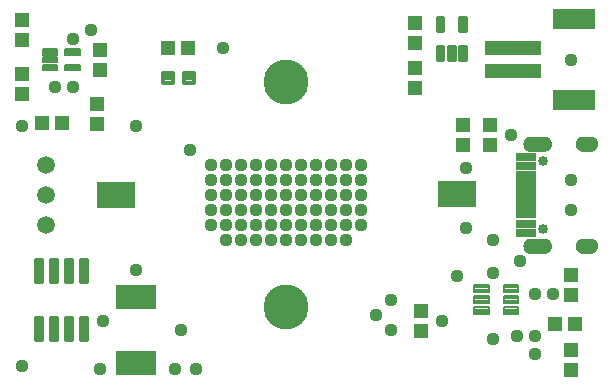
<source format=gts>
G75*
%MOIN*%
%OFA0B0*%
%FSLAX25Y25*%
%IPPOS*%
%LPD*%
%AMOC8*
5,1,8,0,0,1.08239X$1,22.5*
%
%ADD10R,0.04737X0.05131*%
%ADD11C,0.01421*%
%ADD12R,0.18910X0.04737*%
%ADD13R,0.14186X0.07099*%
%ADD14R,0.06509X0.01981*%
%ADD15R,0.06509X0.03162*%
%ADD16R,0.06509X0.02965*%
%ADD17C,0.03359*%
%ADD18C,0.00039*%
%ADD19C,0.01522*%
%ADD20R,0.05131X0.04737*%
%ADD21R,0.13398X0.07887*%
%ADD22C,0.00594*%
%ADD23C,0.01561*%
%ADD24C,0.05950*%
%ADD25R,0.12611X0.08674*%
%ADD26C,0.14973*%
%ADD27C,0.00771*%
%ADD28C,0.04369*%
D10*
X0029973Y0090000D03*
X0036666Y0090000D03*
X0023320Y0099654D03*
X0023320Y0106346D03*
X0049320Y0107654D03*
X0049320Y0114346D03*
X0071973Y0115000D03*
X0078666Y0115000D03*
X0154320Y0116654D03*
X0154320Y0123346D03*
X0154320Y0108346D03*
X0154320Y0101654D03*
X0206320Y0039346D03*
X0206320Y0032654D03*
X0207666Y0023000D03*
X0200973Y0023000D03*
X0156320Y0020654D03*
X0156320Y0027346D03*
D11*
X0080431Y0103342D02*
X0080431Y0106658D01*
X0080431Y0103342D02*
X0077115Y0103342D01*
X0077115Y0106658D01*
X0080431Y0106658D01*
X0080431Y0104762D02*
X0077115Y0104762D01*
X0077115Y0106182D02*
X0080431Y0106182D01*
X0073525Y0106658D02*
X0073525Y0103342D01*
X0070209Y0103342D01*
X0070209Y0106658D01*
X0073525Y0106658D01*
X0073525Y0104762D02*
X0070209Y0104762D01*
X0070209Y0106182D02*
X0073525Y0106182D01*
D12*
X0186753Y0107063D03*
X0186753Y0114937D03*
D13*
X0207225Y0124386D03*
X0207225Y0097614D03*
D14*
X0191320Y0072890D03*
X0191320Y0070921D03*
X0191320Y0068953D03*
X0191320Y0066984D03*
X0191320Y0065016D03*
X0191320Y0063047D03*
X0191320Y0061079D03*
X0191320Y0059110D03*
D15*
X0191320Y0053303D03*
X0191320Y0078697D03*
D16*
X0191320Y0075646D03*
X0191320Y0056354D03*
D17*
X0197009Y0054622D03*
X0197009Y0077378D03*
D18*
X0197304Y0080646D02*
X0192580Y0080646D01*
X0192138Y0080707D01*
X0191716Y0080853D01*
X0191332Y0081078D01*
X0190998Y0081374D01*
X0190729Y0081730D01*
X0190534Y0082131D01*
X0190421Y0082563D01*
X0190395Y0083008D01*
X0190432Y0083516D01*
X0190581Y0084003D01*
X0190836Y0084445D01*
X0191182Y0084819D01*
X0191602Y0085106D01*
X0192076Y0085293D01*
X0192580Y0085370D01*
X0197304Y0085370D01*
X0197803Y0085289D01*
X0198271Y0085100D01*
X0198686Y0084811D01*
X0199026Y0084437D01*
X0199274Y0083997D01*
X0199417Y0083512D01*
X0199450Y0083008D01*
X0199417Y0082504D01*
X0199274Y0082019D01*
X0199026Y0081579D01*
X0198686Y0081205D01*
X0198271Y0080916D01*
X0197803Y0080726D01*
X0197304Y0080646D01*
X0197421Y0080665D02*
X0192443Y0080665D01*
X0192168Y0080702D02*
X0197656Y0080702D01*
X0197838Y0080740D02*
X0192041Y0080740D01*
X0191931Y0080778D02*
X0197931Y0080778D01*
X0198025Y0080816D02*
X0191822Y0080816D01*
X0191714Y0080854D02*
X0198119Y0080854D01*
X0198212Y0080892D02*
X0191649Y0080892D01*
X0191585Y0080930D02*
X0198291Y0080930D01*
X0198346Y0080968D02*
X0191520Y0080968D01*
X0191455Y0081006D02*
X0198400Y0081006D01*
X0198454Y0081043D02*
X0191391Y0081043D01*
X0191328Y0081081D02*
X0198509Y0081081D01*
X0198563Y0081119D02*
X0191285Y0081119D01*
X0191243Y0081157D02*
X0198617Y0081157D01*
X0198672Y0081195D02*
X0191200Y0081195D01*
X0191157Y0081233D02*
X0198711Y0081233D01*
X0198746Y0081271D02*
X0191115Y0081271D01*
X0191072Y0081309D02*
X0198780Y0081309D01*
X0198814Y0081346D02*
X0191029Y0081346D01*
X0190990Y0081384D02*
X0198849Y0081384D01*
X0198883Y0081422D02*
X0190962Y0081422D01*
X0190933Y0081460D02*
X0198918Y0081460D01*
X0198952Y0081498D02*
X0190904Y0081498D01*
X0190876Y0081536D02*
X0198987Y0081536D01*
X0199021Y0081574D02*
X0190847Y0081574D01*
X0190818Y0081612D02*
X0199044Y0081612D01*
X0199065Y0081649D02*
X0190790Y0081649D01*
X0190761Y0081687D02*
X0199087Y0081687D01*
X0199108Y0081725D02*
X0190732Y0081725D01*
X0190713Y0081763D02*
X0199129Y0081763D01*
X0199151Y0081801D02*
X0190694Y0081801D01*
X0190676Y0081839D02*
X0199172Y0081839D01*
X0199193Y0081877D02*
X0190657Y0081877D01*
X0190639Y0081915D02*
X0199215Y0081915D01*
X0199236Y0081953D02*
X0190621Y0081953D01*
X0190602Y0081990D02*
X0199257Y0081990D01*
X0199276Y0082028D02*
X0190584Y0082028D01*
X0190565Y0082066D02*
X0199288Y0082066D01*
X0199299Y0082104D02*
X0190547Y0082104D01*
X0190531Y0082142D02*
X0199310Y0082142D01*
X0199321Y0082180D02*
X0190521Y0082180D01*
X0190511Y0082218D02*
X0199333Y0082218D01*
X0199344Y0082256D02*
X0190501Y0082256D01*
X0190491Y0082293D02*
X0199355Y0082293D01*
X0199366Y0082331D02*
X0190482Y0082331D01*
X0190472Y0082369D02*
X0199378Y0082369D01*
X0199389Y0082407D02*
X0190462Y0082407D01*
X0190452Y0082445D02*
X0199400Y0082445D01*
X0199411Y0082483D02*
X0190442Y0082483D01*
X0190432Y0082521D02*
X0199419Y0082521D01*
X0199421Y0082559D02*
X0190422Y0082559D01*
X0190419Y0082597D02*
X0199423Y0082597D01*
X0199426Y0082634D02*
X0190417Y0082634D01*
X0190415Y0082672D02*
X0199428Y0082672D01*
X0199431Y0082710D02*
X0190412Y0082710D01*
X0190410Y0082748D02*
X0199433Y0082748D01*
X0199436Y0082786D02*
X0190408Y0082786D01*
X0190406Y0082824D02*
X0199438Y0082824D01*
X0199440Y0082862D02*
X0190403Y0082862D01*
X0190401Y0082900D02*
X0199443Y0082900D01*
X0199445Y0082937D02*
X0190399Y0082937D01*
X0190397Y0082975D02*
X0199448Y0082975D01*
X0199450Y0083013D02*
X0190395Y0083013D01*
X0190398Y0083051D02*
X0199447Y0083051D01*
X0199445Y0083089D02*
X0190401Y0083089D01*
X0190403Y0083127D02*
X0199442Y0083127D01*
X0199440Y0083165D02*
X0190406Y0083165D01*
X0190409Y0083203D02*
X0199437Y0083203D01*
X0199435Y0083241D02*
X0190412Y0083241D01*
X0190415Y0083278D02*
X0199432Y0083278D01*
X0199430Y0083316D02*
X0190417Y0083316D01*
X0190420Y0083354D02*
X0199428Y0083354D01*
X0199425Y0083392D02*
X0190423Y0083392D01*
X0190426Y0083430D02*
X0199423Y0083430D01*
X0199420Y0083468D02*
X0190429Y0083468D01*
X0190431Y0083506D02*
X0199418Y0083506D01*
X0199408Y0083544D02*
X0190440Y0083544D01*
X0190452Y0083581D02*
X0199397Y0083581D01*
X0199386Y0083619D02*
X0190464Y0083619D01*
X0190475Y0083657D02*
X0199374Y0083657D01*
X0199363Y0083695D02*
X0190487Y0083695D01*
X0190499Y0083733D02*
X0199352Y0083733D01*
X0199341Y0083771D02*
X0190510Y0083771D01*
X0190522Y0083809D02*
X0199329Y0083809D01*
X0199318Y0083847D02*
X0190533Y0083847D01*
X0190545Y0083884D02*
X0199307Y0083884D01*
X0199296Y0083922D02*
X0190557Y0083922D01*
X0190568Y0083960D02*
X0199284Y0083960D01*
X0199273Y0083998D02*
X0190580Y0083998D01*
X0190600Y0084036D02*
X0199251Y0084036D01*
X0199230Y0084074D02*
X0190622Y0084074D01*
X0190644Y0084112D02*
X0199209Y0084112D01*
X0199187Y0084150D02*
X0190666Y0084150D01*
X0190688Y0084188D02*
X0199166Y0084188D01*
X0199145Y0084225D02*
X0190709Y0084225D01*
X0190731Y0084263D02*
X0199123Y0084263D01*
X0199102Y0084301D02*
X0190753Y0084301D01*
X0190775Y0084339D02*
X0199081Y0084339D01*
X0199059Y0084377D02*
X0190797Y0084377D01*
X0190818Y0084415D02*
X0199038Y0084415D01*
X0199011Y0084453D02*
X0190843Y0084453D01*
X0190878Y0084491D02*
X0198977Y0084491D01*
X0198942Y0084528D02*
X0190913Y0084528D01*
X0190948Y0084566D02*
X0198908Y0084566D01*
X0198874Y0084604D02*
X0190983Y0084604D01*
X0191018Y0084642D02*
X0198839Y0084642D01*
X0198805Y0084680D02*
X0191053Y0084680D01*
X0191088Y0084718D02*
X0198770Y0084718D01*
X0198736Y0084756D02*
X0191123Y0084756D01*
X0191158Y0084794D02*
X0198701Y0084794D01*
X0198656Y0084832D02*
X0191200Y0084832D01*
X0191256Y0084869D02*
X0198602Y0084869D01*
X0198548Y0084907D02*
X0191311Y0084907D01*
X0191366Y0084945D02*
X0198493Y0084945D01*
X0198439Y0084983D02*
X0191422Y0084983D01*
X0191477Y0085021D02*
X0198385Y0085021D01*
X0198330Y0085059D02*
X0191532Y0085059D01*
X0191588Y0085097D02*
X0198276Y0085097D01*
X0198186Y0085135D02*
X0191673Y0085135D01*
X0191769Y0085172D02*
X0198092Y0085172D01*
X0197999Y0085210D02*
X0191866Y0085210D01*
X0191962Y0085248D02*
X0197905Y0085248D01*
X0197811Y0085286D02*
X0192058Y0085286D01*
X0192277Y0085324D02*
X0197589Y0085324D01*
X0197355Y0085362D02*
X0192526Y0085362D01*
X0207883Y0083470D02*
X0207836Y0083008D01*
X0207897Y0082480D01*
X0208075Y0081980D01*
X0208359Y0081531D01*
X0208737Y0081157D01*
X0214032Y0081157D01*
X0214044Y0081165D02*
X0213599Y0080883D01*
X0213103Y0080707D01*
X0212580Y0080646D01*
X0210218Y0080646D01*
X0209690Y0080703D01*
X0209187Y0080876D01*
X0208737Y0081157D01*
X0208698Y0081195D02*
X0214074Y0081195D01*
X0214044Y0081165D02*
X0214415Y0081539D01*
X0214694Y0081986D01*
X0214866Y0082484D01*
X0214922Y0083008D01*
X0214879Y0083467D01*
X0214747Y0083909D01*
X0214531Y0084316D01*
X0214240Y0084674D01*
X0213885Y0084968D01*
X0213479Y0085187D01*
X0213039Y0085323D01*
X0212580Y0085370D01*
X0210218Y0085370D01*
X0209755Y0085326D01*
X0209309Y0085193D01*
X0208898Y0084976D01*
X0208537Y0084682D01*
X0208241Y0084324D01*
X0208020Y0083915D01*
X0207883Y0083470D01*
X0207883Y0083468D02*
X0214879Y0083468D01*
X0214883Y0083430D02*
X0207879Y0083430D01*
X0207875Y0083392D02*
X0214886Y0083392D01*
X0214890Y0083354D02*
X0207871Y0083354D01*
X0207867Y0083316D02*
X0214893Y0083316D01*
X0214897Y0083278D02*
X0207863Y0083278D01*
X0207860Y0083241D02*
X0214900Y0083241D01*
X0214904Y0083203D02*
X0207856Y0083203D01*
X0207852Y0083165D02*
X0214908Y0083165D01*
X0214911Y0083127D02*
X0207848Y0083127D01*
X0207844Y0083089D02*
X0214915Y0083089D01*
X0214918Y0083051D02*
X0207840Y0083051D01*
X0207836Y0083013D02*
X0214922Y0083013D01*
X0214919Y0082975D02*
X0207840Y0082975D01*
X0207844Y0082937D02*
X0214915Y0082937D01*
X0214911Y0082900D02*
X0207848Y0082900D01*
X0207853Y0082862D02*
X0214906Y0082862D01*
X0214902Y0082824D02*
X0207857Y0082824D01*
X0207862Y0082786D02*
X0214898Y0082786D01*
X0214894Y0082748D02*
X0207866Y0082748D01*
X0207871Y0082710D02*
X0214890Y0082710D01*
X0214886Y0082672D02*
X0207875Y0082672D01*
X0207879Y0082634D02*
X0214882Y0082634D01*
X0214878Y0082597D02*
X0207884Y0082597D01*
X0207888Y0082559D02*
X0214874Y0082559D01*
X0214870Y0082521D02*
X0207893Y0082521D01*
X0207897Y0082483D02*
X0214865Y0082483D01*
X0214852Y0082445D02*
X0207910Y0082445D01*
X0207923Y0082407D02*
X0214839Y0082407D01*
X0214826Y0082369D02*
X0207937Y0082369D01*
X0207950Y0082331D02*
X0214813Y0082331D01*
X0214800Y0082293D02*
X0207964Y0082293D01*
X0207977Y0082256D02*
X0214787Y0082256D01*
X0214774Y0082218D02*
X0207990Y0082218D01*
X0208004Y0082180D02*
X0214760Y0082180D01*
X0214747Y0082142D02*
X0208017Y0082142D01*
X0208031Y0082104D02*
X0214734Y0082104D01*
X0214721Y0082066D02*
X0208044Y0082066D01*
X0208058Y0082028D02*
X0214708Y0082028D01*
X0214695Y0081990D02*
X0208071Y0081990D01*
X0208092Y0081953D02*
X0214673Y0081953D01*
X0214649Y0081915D02*
X0208116Y0081915D01*
X0208140Y0081877D02*
X0214625Y0081877D01*
X0214602Y0081839D02*
X0208164Y0081839D01*
X0208188Y0081801D02*
X0214578Y0081801D01*
X0214555Y0081763D02*
X0208212Y0081763D01*
X0208236Y0081725D02*
X0214531Y0081725D01*
X0214508Y0081687D02*
X0208260Y0081687D01*
X0208284Y0081649D02*
X0214484Y0081649D01*
X0214460Y0081612D02*
X0208308Y0081612D01*
X0208332Y0081574D02*
X0214437Y0081574D01*
X0214412Y0081536D02*
X0208356Y0081536D01*
X0208393Y0081498D02*
X0214375Y0081498D01*
X0214337Y0081460D02*
X0208431Y0081460D01*
X0208469Y0081422D02*
X0214299Y0081422D01*
X0214262Y0081384D02*
X0208507Y0081384D01*
X0208546Y0081346D02*
X0214224Y0081346D01*
X0214187Y0081309D02*
X0208584Y0081309D01*
X0208622Y0081271D02*
X0214149Y0081271D01*
X0214112Y0081233D02*
X0208660Y0081233D01*
X0208797Y0081119D02*
X0213972Y0081119D01*
X0213912Y0081081D02*
X0208858Y0081081D01*
X0208919Y0081043D02*
X0213853Y0081043D01*
X0213793Y0081006D02*
X0208980Y0081006D01*
X0209041Y0080968D02*
X0213733Y0080968D01*
X0213673Y0080930D02*
X0209102Y0080930D01*
X0209162Y0080892D02*
X0213614Y0080892D01*
X0213518Y0080854D02*
X0209252Y0080854D01*
X0209362Y0080816D02*
X0213411Y0080816D01*
X0213304Y0080778D02*
X0209472Y0080778D01*
X0209581Y0080740D02*
X0213197Y0080740D01*
X0213066Y0080702D02*
X0209694Y0080702D01*
X0210043Y0080665D02*
X0212742Y0080665D01*
X0214867Y0083506D02*
X0207894Y0083506D01*
X0207906Y0083544D02*
X0214856Y0083544D01*
X0214845Y0083581D02*
X0207917Y0083581D01*
X0207929Y0083619D02*
X0214834Y0083619D01*
X0214822Y0083657D02*
X0207941Y0083657D01*
X0207952Y0083695D02*
X0214811Y0083695D01*
X0214800Y0083733D02*
X0207964Y0083733D01*
X0207976Y0083771D02*
X0214788Y0083771D01*
X0214777Y0083809D02*
X0207987Y0083809D01*
X0207999Y0083847D02*
X0214766Y0083847D01*
X0214754Y0083884D02*
X0208011Y0083884D01*
X0208024Y0083922D02*
X0214740Y0083922D01*
X0214720Y0083960D02*
X0208045Y0083960D01*
X0208065Y0083998D02*
X0214700Y0083998D01*
X0214680Y0084036D02*
X0208085Y0084036D01*
X0208106Y0084074D02*
X0214660Y0084074D01*
X0214640Y0084112D02*
X0208126Y0084112D01*
X0208147Y0084150D02*
X0214620Y0084150D01*
X0214600Y0084188D02*
X0208167Y0084188D01*
X0208188Y0084225D02*
X0214579Y0084225D01*
X0214559Y0084263D02*
X0208208Y0084263D01*
X0208229Y0084301D02*
X0214539Y0084301D01*
X0214513Y0084339D02*
X0208253Y0084339D01*
X0208285Y0084377D02*
X0214482Y0084377D01*
X0214451Y0084415D02*
X0208316Y0084415D01*
X0208347Y0084453D02*
X0214420Y0084453D01*
X0214390Y0084491D02*
X0208379Y0084491D01*
X0208410Y0084528D02*
X0214359Y0084528D01*
X0214328Y0084566D02*
X0208441Y0084566D01*
X0208473Y0084604D02*
X0214297Y0084604D01*
X0214266Y0084642D02*
X0208504Y0084642D01*
X0208536Y0084680D02*
X0214233Y0084680D01*
X0214187Y0084718D02*
X0208581Y0084718D01*
X0208628Y0084756D02*
X0214142Y0084756D01*
X0214096Y0084794D02*
X0208674Y0084794D01*
X0208721Y0084832D02*
X0214050Y0084832D01*
X0214004Y0084869D02*
X0208767Y0084869D01*
X0208814Y0084907D02*
X0213959Y0084907D01*
X0213913Y0084945D02*
X0208860Y0084945D01*
X0208912Y0084983D02*
X0213857Y0084983D01*
X0213787Y0085021D02*
X0208983Y0085021D01*
X0209055Y0085059D02*
X0213717Y0085059D01*
X0213647Y0085097D02*
X0209127Y0085097D01*
X0209198Y0085135D02*
X0213577Y0085135D01*
X0213507Y0085172D02*
X0209270Y0085172D01*
X0209366Y0085210D02*
X0213404Y0085210D01*
X0213281Y0085248D02*
X0209493Y0085248D01*
X0209620Y0085286D02*
X0213158Y0085286D01*
X0213028Y0085324D02*
X0209747Y0085324D01*
X0210131Y0085362D02*
X0212660Y0085362D01*
X0212580Y0051354D02*
X0210218Y0051354D01*
X0209755Y0051311D01*
X0209309Y0051178D01*
X0208898Y0050960D01*
X0208537Y0050667D01*
X0208241Y0050308D01*
X0208020Y0049899D01*
X0207883Y0049455D01*
X0207836Y0048992D01*
X0207897Y0048465D01*
X0214864Y0048465D01*
X0214866Y0048468D02*
X0214694Y0047970D01*
X0214415Y0047523D01*
X0214044Y0047149D01*
X0213599Y0046867D01*
X0213103Y0046691D01*
X0212580Y0046630D01*
X0210218Y0046630D01*
X0209690Y0046687D01*
X0209187Y0046861D01*
X0208737Y0047141D01*
X0208359Y0047515D01*
X0208075Y0047964D01*
X0207897Y0048465D01*
X0207893Y0048503D02*
X0214869Y0048503D01*
X0214866Y0048468D02*
X0214922Y0048992D01*
X0214879Y0049451D01*
X0214747Y0049893D01*
X0214531Y0050301D01*
X0214240Y0050658D01*
X0213885Y0050952D01*
X0213479Y0051172D01*
X0213039Y0051307D01*
X0212580Y0051354D01*
X0212677Y0051344D02*
X0210112Y0051344D01*
X0209741Y0051306D02*
X0213041Y0051306D01*
X0213164Y0051269D02*
X0209614Y0051269D01*
X0209487Y0051231D02*
X0213287Y0051231D01*
X0213410Y0051193D02*
X0209360Y0051193D01*
X0209266Y0051155D02*
X0213510Y0051155D01*
X0213580Y0051117D02*
X0209195Y0051117D01*
X0209123Y0051079D02*
X0213650Y0051079D01*
X0213720Y0051041D02*
X0209052Y0051041D01*
X0208980Y0051003D02*
X0213791Y0051003D01*
X0213861Y0050966D02*
X0208909Y0050966D01*
X0208858Y0050928D02*
X0213915Y0050928D01*
X0213961Y0050890D02*
X0208812Y0050890D01*
X0208765Y0050852D02*
X0214006Y0050852D01*
X0214052Y0050814D02*
X0208719Y0050814D01*
X0208672Y0050776D02*
X0214098Y0050776D01*
X0214144Y0050738D02*
X0208626Y0050738D01*
X0208579Y0050700D02*
X0214190Y0050700D01*
X0214235Y0050663D02*
X0208534Y0050663D01*
X0208503Y0050625D02*
X0214268Y0050625D01*
X0214299Y0050587D02*
X0208471Y0050587D01*
X0208440Y0050549D02*
X0214329Y0050549D01*
X0214360Y0050511D02*
X0208409Y0050511D01*
X0208377Y0050473D02*
X0214391Y0050473D01*
X0214422Y0050435D02*
X0208346Y0050435D01*
X0208315Y0050397D02*
X0214453Y0050397D01*
X0214484Y0050359D02*
X0208283Y0050359D01*
X0208252Y0050322D02*
X0214514Y0050322D01*
X0214540Y0050284D02*
X0208228Y0050284D01*
X0208207Y0050246D02*
X0214560Y0050246D01*
X0214580Y0050208D02*
X0208187Y0050208D01*
X0208166Y0050170D02*
X0214600Y0050170D01*
X0214620Y0050132D02*
X0208146Y0050132D01*
X0208125Y0050094D02*
X0214641Y0050094D01*
X0214661Y0050056D02*
X0208105Y0050056D01*
X0208084Y0050019D02*
X0214681Y0050019D01*
X0214701Y0049981D02*
X0208064Y0049981D01*
X0208044Y0049943D02*
X0214721Y0049943D01*
X0214741Y0049905D02*
X0208023Y0049905D01*
X0208010Y0049867D02*
X0214755Y0049867D01*
X0214766Y0049829D02*
X0207998Y0049829D01*
X0207987Y0049791D02*
X0214777Y0049791D01*
X0214789Y0049753D02*
X0207975Y0049753D01*
X0207963Y0049715D02*
X0214800Y0049715D01*
X0214811Y0049678D02*
X0207952Y0049678D01*
X0207940Y0049640D02*
X0214823Y0049640D01*
X0214834Y0049602D02*
X0207928Y0049602D01*
X0207917Y0049564D02*
X0214845Y0049564D01*
X0214857Y0049526D02*
X0207905Y0049526D01*
X0207894Y0049488D02*
X0214868Y0049488D01*
X0214879Y0049450D02*
X0207883Y0049450D01*
X0207879Y0049412D02*
X0214883Y0049412D01*
X0214886Y0049375D02*
X0207875Y0049375D01*
X0207871Y0049337D02*
X0214890Y0049337D01*
X0214893Y0049299D02*
X0207867Y0049299D01*
X0207863Y0049261D02*
X0214897Y0049261D01*
X0214901Y0049223D02*
X0207859Y0049223D01*
X0207856Y0049185D02*
X0214904Y0049185D01*
X0214908Y0049147D02*
X0207852Y0049147D01*
X0207848Y0049109D02*
X0214911Y0049109D01*
X0214915Y0049071D02*
X0207844Y0049071D01*
X0207840Y0049034D02*
X0214918Y0049034D01*
X0214922Y0048996D02*
X0207836Y0048996D01*
X0207840Y0048958D02*
X0214919Y0048958D01*
X0214914Y0048920D02*
X0207844Y0048920D01*
X0207849Y0048882D02*
X0214910Y0048882D01*
X0214906Y0048844D02*
X0207853Y0048844D01*
X0207857Y0048806D02*
X0214902Y0048806D01*
X0214898Y0048768D02*
X0207862Y0048768D01*
X0207866Y0048731D02*
X0214894Y0048731D01*
X0214890Y0048693D02*
X0207871Y0048693D01*
X0207875Y0048655D02*
X0214886Y0048655D01*
X0214882Y0048617D02*
X0207880Y0048617D01*
X0207884Y0048579D02*
X0214878Y0048579D01*
X0214873Y0048541D02*
X0207888Y0048541D01*
X0207911Y0048428D02*
X0214851Y0048428D01*
X0214838Y0048390D02*
X0207924Y0048390D01*
X0207937Y0048352D02*
X0214825Y0048352D01*
X0214812Y0048314D02*
X0207951Y0048314D01*
X0207964Y0048276D02*
X0214799Y0048276D01*
X0214786Y0048238D02*
X0207978Y0048238D01*
X0207991Y0048200D02*
X0214773Y0048200D01*
X0214760Y0048162D02*
X0208005Y0048162D01*
X0208018Y0048124D02*
X0214747Y0048124D01*
X0214734Y0048087D02*
X0208031Y0048087D01*
X0208045Y0048049D02*
X0214721Y0048049D01*
X0214708Y0048011D02*
X0208058Y0048011D01*
X0208072Y0047973D02*
X0214694Y0047973D01*
X0214672Y0047935D02*
X0208093Y0047935D01*
X0208117Y0047897D02*
X0214648Y0047897D01*
X0214624Y0047859D02*
X0208141Y0047859D01*
X0208165Y0047821D02*
X0214601Y0047821D01*
X0214577Y0047784D02*
X0208189Y0047784D01*
X0208213Y0047746D02*
X0214554Y0047746D01*
X0214530Y0047708D02*
X0208237Y0047708D01*
X0208261Y0047670D02*
X0214506Y0047670D01*
X0214483Y0047632D02*
X0208285Y0047632D01*
X0208309Y0047594D02*
X0214459Y0047594D01*
X0214436Y0047556D02*
X0208333Y0047556D01*
X0208357Y0047518D02*
X0214410Y0047518D01*
X0214373Y0047480D02*
X0208395Y0047480D01*
X0208433Y0047443D02*
X0214335Y0047443D01*
X0214298Y0047405D02*
X0208471Y0047405D01*
X0208509Y0047367D02*
X0214260Y0047367D01*
X0214223Y0047329D02*
X0208547Y0047329D01*
X0208585Y0047291D02*
X0214185Y0047291D01*
X0214147Y0047253D02*
X0208624Y0047253D01*
X0208662Y0047215D02*
X0214110Y0047215D01*
X0214072Y0047177D02*
X0208700Y0047177D01*
X0208739Y0047140D02*
X0214029Y0047140D01*
X0213969Y0047102D02*
X0208800Y0047102D01*
X0208861Y0047064D02*
X0213910Y0047064D01*
X0213850Y0047026D02*
X0208922Y0047026D01*
X0208983Y0046988D02*
X0213790Y0046988D01*
X0213730Y0046950D02*
X0209044Y0046950D01*
X0209104Y0046912D02*
X0213671Y0046912D01*
X0213611Y0046874D02*
X0209165Y0046874D01*
X0209257Y0046836D02*
X0213513Y0046836D01*
X0213406Y0046799D02*
X0209367Y0046799D01*
X0209477Y0046761D02*
X0213299Y0046761D01*
X0213193Y0046723D02*
X0209586Y0046723D01*
X0209710Y0046685D02*
X0213051Y0046685D01*
X0212727Y0046647D02*
X0210059Y0046647D01*
X0199417Y0048488D02*
X0199274Y0048003D01*
X0199026Y0047563D01*
X0198686Y0047189D01*
X0198271Y0046900D01*
X0197803Y0046711D01*
X0197304Y0046630D01*
X0192580Y0046630D01*
X0192138Y0046691D01*
X0191716Y0046837D01*
X0191332Y0047062D01*
X0190998Y0047358D01*
X0190729Y0047714D01*
X0190534Y0048115D01*
X0190421Y0048547D01*
X0190395Y0048992D01*
X0190432Y0049500D01*
X0190581Y0049987D01*
X0190836Y0050429D01*
X0191182Y0050803D01*
X0191602Y0051091D01*
X0192076Y0051278D01*
X0192580Y0051354D01*
X0197304Y0051354D01*
X0197803Y0051274D01*
X0198271Y0051084D01*
X0198686Y0050795D01*
X0199026Y0050421D01*
X0199274Y0049981D01*
X0199417Y0049496D01*
X0199450Y0048992D01*
X0199417Y0048488D01*
X0199418Y0048503D02*
X0190433Y0048503D01*
X0190442Y0048465D02*
X0199411Y0048465D01*
X0199400Y0048428D02*
X0190452Y0048428D01*
X0190462Y0048390D02*
X0199388Y0048390D01*
X0199377Y0048352D02*
X0190472Y0048352D01*
X0190482Y0048314D02*
X0199366Y0048314D01*
X0199355Y0048276D02*
X0190492Y0048276D01*
X0190502Y0048238D02*
X0199343Y0048238D01*
X0199332Y0048200D02*
X0190512Y0048200D01*
X0190522Y0048162D02*
X0199321Y0048162D01*
X0199310Y0048124D02*
X0190532Y0048124D01*
X0190548Y0048087D02*
X0199298Y0048087D01*
X0199287Y0048049D02*
X0190566Y0048049D01*
X0190585Y0048011D02*
X0199276Y0048011D01*
X0199256Y0047973D02*
X0190603Y0047973D01*
X0190621Y0047935D02*
X0199235Y0047935D01*
X0199214Y0047897D02*
X0190640Y0047897D01*
X0190658Y0047859D02*
X0199192Y0047859D01*
X0199171Y0047821D02*
X0190677Y0047821D01*
X0190695Y0047784D02*
X0199150Y0047784D01*
X0199128Y0047746D02*
X0190713Y0047746D01*
X0190733Y0047708D02*
X0199107Y0047708D01*
X0199086Y0047670D02*
X0190762Y0047670D01*
X0190791Y0047632D02*
X0199064Y0047632D01*
X0199043Y0047594D02*
X0190820Y0047594D01*
X0190848Y0047556D02*
X0199019Y0047556D01*
X0198985Y0047518D02*
X0190877Y0047518D01*
X0190906Y0047480D02*
X0198951Y0047480D01*
X0198916Y0047443D02*
X0190934Y0047443D01*
X0190963Y0047405D02*
X0198882Y0047405D01*
X0198847Y0047367D02*
X0190992Y0047367D01*
X0191031Y0047329D02*
X0198813Y0047329D01*
X0198778Y0047291D02*
X0191074Y0047291D01*
X0191117Y0047253D02*
X0198744Y0047253D01*
X0198710Y0047215D02*
X0191159Y0047215D01*
X0191202Y0047177D02*
X0198669Y0047177D01*
X0198615Y0047140D02*
X0191245Y0047140D01*
X0191287Y0047102D02*
X0198560Y0047102D01*
X0198506Y0047064D02*
X0191330Y0047064D01*
X0191394Y0047026D02*
X0198452Y0047026D01*
X0198397Y0046988D02*
X0191458Y0046988D01*
X0191523Y0046950D02*
X0198343Y0046950D01*
X0198289Y0046912D02*
X0191588Y0046912D01*
X0191652Y0046874D02*
X0198208Y0046874D01*
X0198114Y0046836D02*
X0191718Y0046836D01*
X0191827Y0046799D02*
X0198021Y0046799D01*
X0197927Y0046761D02*
X0191936Y0046761D01*
X0192046Y0046723D02*
X0197834Y0046723D01*
X0197645Y0046685D02*
X0192181Y0046685D01*
X0192455Y0046647D02*
X0197410Y0046647D01*
X0199421Y0048541D02*
X0190423Y0048541D01*
X0190419Y0048579D02*
X0199423Y0048579D01*
X0199426Y0048617D02*
X0190417Y0048617D01*
X0190415Y0048655D02*
X0199428Y0048655D01*
X0199431Y0048693D02*
X0190413Y0048693D01*
X0190410Y0048731D02*
X0199433Y0048731D01*
X0199436Y0048768D02*
X0190408Y0048768D01*
X0190406Y0048806D02*
X0199438Y0048806D01*
X0199440Y0048844D02*
X0190404Y0048844D01*
X0190401Y0048882D02*
X0199443Y0048882D01*
X0199445Y0048920D02*
X0190399Y0048920D01*
X0190397Y0048958D02*
X0199448Y0048958D01*
X0199450Y0048996D02*
X0190395Y0048996D01*
X0190398Y0049034D02*
X0199447Y0049034D01*
X0199445Y0049071D02*
X0190401Y0049071D01*
X0190403Y0049109D02*
X0199442Y0049109D01*
X0199440Y0049147D02*
X0190406Y0049147D01*
X0190409Y0049185D02*
X0199437Y0049185D01*
X0199435Y0049223D02*
X0190412Y0049223D01*
X0190414Y0049261D02*
X0199433Y0049261D01*
X0199430Y0049299D02*
X0190417Y0049299D01*
X0190420Y0049337D02*
X0199428Y0049337D01*
X0199425Y0049375D02*
X0190423Y0049375D01*
X0190426Y0049412D02*
X0199423Y0049412D01*
X0199420Y0049450D02*
X0190428Y0049450D01*
X0190431Y0049488D02*
X0199418Y0049488D01*
X0199409Y0049526D02*
X0190440Y0049526D01*
X0190452Y0049564D02*
X0199397Y0049564D01*
X0199386Y0049602D02*
X0190463Y0049602D01*
X0190475Y0049640D02*
X0199375Y0049640D01*
X0199364Y0049678D02*
X0190486Y0049678D01*
X0190498Y0049715D02*
X0199352Y0049715D01*
X0199341Y0049753D02*
X0190510Y0049753D01*
X0190521Y0049791D02*
X0199330Y0049791D01*
X0199319Y0049829D02*
X0190533Y0049829D01*
X0190545Y0049867D02*
X0199307Y0049867D01*
X0199296Y0049905D02*
X0190556Y0049905D01*
X0190568Y0049943D02*
X0199285Y0049943D01*
X0199274Y0049981D02*
X0190579Y0049981D01*
X0190599Y0050019D02*
X0199252Y0050019D01*
X0199231Y0050056D02*
X0190621Y0050056D01*
X0190643Y0050094D02*
X0199210Y0050094D01*
X0199188Y0050132D02*
X0190665Y0050132D01*
X0190687Y0050170D02*
X0199167Y0050170D01*
X0199146Y0050208D02*
X0190708Y0050208D01*
X0190730Y0050246D02*
X0199124Y0050246D01*
X0199103Y0050284D02*
X0190752Y0050284D01*
X0190774Y0050322D02*
X0199082Y0050322D01*
X0199060Y0050359D02*
X0190796Y0050359D01*
X0190817Y0050397D02*
X0199039Y0050397D01*
X0199013Y0050435D02*
X0190841Y0050435D01*
X0190876Y0050473D02*
X0198978Y0050473D01*
X0198944Y0050511D02*
X0190911Y0050511D01*
X0190946Y0050549D02*
X0198910Y0050549D01*
X0198875Y0050587D02*
X0190981Y0050587D01*
X0191016Y0050625D02*
X0198841Y0050625D01*
X0198806Y0050663D02*
X0191052Y0050663D01*
X0191087Y0050700D02*
X0198772Y0050700D01*
X0198737Y0050738D02*
X0191122Y0050738D01*
X0191157Y0050776D02*
X0198703Y0050776D01*
X0198659Y0050814D02*
X0191198Y0050814D01*
X0191253Y0050852D02*
X0198604Y0050852D01*
X0198550Y0050890D02*
X0191308Y0050890D01*
X0191364Y0050928D02*
X0198496Y0050928D01*
X0198441Y0050966D02*
X0191419Y0050966D01*
X0191474Y0051003D02*
X0198387Y0051003D01*
X0198333Y0051041D02*
X0191530Y0051041D01*
X0191585Y0051079D02*
X0198278Y0051079D01*
X0198190Y0051117D02*
X0191669Y0051117D01*
X0191765Y0051155D02*
X0198096Y0051155D01*
X0198003Y0051193D02*
X0191861Y0051193D01*
X0191957Y0051231D02*
X0197909Y0051231D01*
X0197816Y0051269D02*
X0192053Y0051269D01*
X0192266Y0051306D02*
X0197600Y0051306D01*
X0197366Y0051344D02*
X0192514Y0051344D01*
D19*
X0044581Y0044261D02*
X0044581Y0037227D01*
X0043059Y0037227D01*
X0043059Y0044261D01*
X0044581Y0044261D01*
X0044581Y0038748D02*
X0043059Y0038748D01*
X0043059Y0040269D02*
X0044581Y0040269D01*
X0044581Y0041790D02*
X0043059Y0041790D01*
X0043059Y0043311D02*
X0044581Y0043311D01*
X0039581Y0044261D02*
X0039581Y0037227D01*
X0038059Y0037227D01*
X0038059Y0044261D01*
X0039581Y0044261D01*
X0039581Y0038748D02*
X0038059Y0038748D01*
X0038059Y0040269D02*
X0039581Y0040269D01*
X0039581Y0041790D02*
X0038059Y0041790D01*
X0038059Y0043311D02*
X0039581Y0043311D01*
X0034581Y0044261D02*
X0034581Y0037227D01*
X0033059Y0037227D01*
X0033059Y0044261D01*
X0034581Y0044261D01*
X0034581Y0038748D02*
X0033059Y0038748D01*
X0033059Y0040269D02*
X0034581Y0040269D01*
X0034581Y0041790D02*
X0033059Y0041790D01*
X0033059Y0043311D02*
X0034581Y0043311D01*
X0029581Y0044261D02*
X0029581Y0037227D01*
X0028059Y0037227D01*
X0028059Y0044261D01*
X0029581Y0044261D01*
X0029581Y0038748D02*
X0028059Y0038748D01*
X0028059Y0040269D02*
X0029581Y0040269D01*
X0029581Y0041790D02*
X0028059Y0041790D01*
X0028059Y0043311D02*
X0029581Y0043311D01*
X0029581Y0024773D02*
X0029581Y0017739D01*
X0028059Y0017739D01*
X0028059Y0024773D01*
X0029581Y0024773D01*
X0029581Y0019260D02*
X0028059Y0019260D01*
X0028059Y0020781D02*
X0029581Y0020781D01*
X0029581Y0022302D02*
X0028059Y0022302D01*
X0028059Y0023823D02*
X0029581Y0023823D01*
X0034581Y0024773D02*
X0034581Y0017739D01*
X0033059Y0017739D01*
X0033059Y0024773D01*
X0034581Y0024773D01*
X0034581Y0019260D02*
X0033059Y0019260D01*
X0033059Y0020781D02*
X0034581Y0020781D01*
X0034581Y0022302D02*
X0033059Y0022302D01*
X0033059Y0023823D02*
X0034581Y0023823D01*
X0039581Y0024773D02*
X0039581Y0017739D01*
X0038059Y0017739D01*
X0038059Y0024773D01*
X0039581Y0024773D01*
X0039581Y0019260D02*
X0038059Y0019260D01*
X0038059Y0020781D02*
X0039581Y0020781D01*
X0039581Y0022302D02*
X0038059Y0022302D01*
X0038059Y0023823D02*
X0039581Y0023823D01*
X0044581Y0024773D02*
X0044581Y0017739D01*
X0043059Y0017739D01*
X0043059Y0024773D01*
X0044581Y0024773D01*
X0044581Y0019260D02*
X0043059Y0019260D01*
X0043059Y0020781D02*
X0044581Y0020781D01*
X0044581Y0022302D02*
X0043059Y0022302D01*
X0043059Y0023823D02*
X0044581Y0023823D01*
D20*
X0048320Y0089654D03*
X0048320Y0096346D03*
X0023320Y0117654D03*
X0023320Y0124346D03*
X0170320Y0089346D03*
X0179320Y0089346D03*
X0179320Y0082654D03*
X0170320Y0082654D03*
X0206320Y0014346D03*
X0206320Y0007654D03*
D21*
X0061320Y0009976D03*
X0061320Y0032024D03*
D22*
X0042544Y0107551D02*
X0037654Y0107551D01*
X0037654Y0109331D01*
X0042544Y0109331D01*
X0042544Y0107551D01*
X0042544Y0108144D02*
X0037654Y0108144D01*
X0037654Y0108737D02*
X0042544Y0108737D01*
X0042544Y0109330D02*
X0037654Y0109330D01*
X0034985Y0107551D02*
X0030095Y0107551D01*
X0030095Y0109331D01*
X0034985Y0109331D01*
X0034985Y0107551D01*
X0034985Y0108144D02*
X0030095Y0108144D01*
X0030095Y0108737D02*
X0034985Y0108737D01*
X0034985Y0109330D02*
X0030095Y0109330D01*
X0030095Y0110110D02*
X0034985Y0110110D01*
X0030095Y0110110D02*
X0030095Y0111890D01*
X0034985Y0111890D01*
X0034985Y0110110D01*
X0034985Y0110703D02*
X0030095Y0110703D01*
X0030095Y0111296D02*
X0034985Y0111296D01*
X0034985Y0111889D02*
X0030095Y0111889D01*
X0030095Y0112669D02*
X0034985Y0112669D01*
X0030095Y0112669D02*
X0030095Y0114449D01*
X0034985Y0114449D01*
X0034985Y0112669D01*
X0034985Y0113262D02*
X0030095Y0113262D01*
X0030095Y0113855D02*
X0034985Y0113855D01*
X0034985Y0114448D02*
X0030095Y0114448D01*
X0037654Y0112669D02*
X0042544Y0112669D01*
X0037654Y0112669D02*
X0037654Y0114449D01*
X0042544Y0114449D01*
X0042544Y0112669D01*
X0042544Y0113262D02*
X0037654Y0113262D01*
X0037654Y0113855D02*
X0042544Y0113855D01*
X0042544Y0114448D02*
X0037654Y0114448D01*
D23*
X0163361Y0115061D02*
X0163361Y0111057D01*
X0161799Y0111057D01*
X0161799Y0115061D01*
X0163361Y0115061D01*
X0163361Y0112617D02*
X0161799Y0112617D01*
X0161799Y0114177D02*
X0163361Y0114177D01*
X0167101Y0115061D02*
X0167101Y0111057D01*
X0165539Y0111057D01*
X0165539Y0115061D01*
X0167101Y0115061D01*
X0167101Y0112617D02*
X0165539Y0112617D01*
X0165539Y0114177D02*
X0167101Y0114177D01*
X0170841Y0115061D02*
X0170841Y0111057D01*
X0169279Y0111057D01*
X0169279Y0115061D01*
X0170841Y0115061D01*
X0170841Y0112617D02*
X0169279Y0112617D01*
X0169279Y0114177D02*
X0170841Y0114177D01*
X0170841Y0120939D02*
X0170841Y0124943D01*
X0170841Y0120939D02*
X0169279Y0120939D01*
X0169279Y0124943D01*
X0170841Y0124943D01*
X0170841Y0122499D02*
X0169279Y0122499D01*
X0169279Y0124059D02*
X0170841Y0124059D01*
X0163361Y0124943D02*
X0163361Y0120939D01*
X0161799Y0120939D01*
X0161799Y0124943D01*
X0163361Y0124943D01*
X0163361Y0122499D02*
X0161799Y0122499D01*
X0161799Y0124059D02*
X0163361Y0124059D01*
D24*
X0031320Y0076000D03*
X0031320Y0066000D03*
X0031320Y0056000D03*
D25*
X0054527Y0065942D03*
X0168113Y0066058D03*
D26*
X0111320Y0103500D03*
X0111320Y0028500D03*
D27*
X0173982Y0026104D02*
X0178776Y0026104D01*
X0173982Y0026104D02*
X0173982Y0028416D01*
X0178776Y0028416D01*
X0178776Y0026104D01*
X0178776Y0026874D02*
X0173982Y0026874D01*
X0173982Y0027644D02*
X0178776Y0027644D01*
X0178776Y0028414D02*
X0173982Y0028414D01*
X0173982Y0029844D02*
X0178776Y0029844D01*
X0173982Y0029844D02*
X0173982Y0032156D01*
X0178776Y0032156D01*
X0178776Y0029844D01*
X0178776Y0030614D02*
X0173982Y0030614D01*
X0173982Y0031384D02*
X0178776Y0031384D01*
X0178776Y0032154D02*
X0173982Y0032154D01*
X0173982Y0033584D02*
X0178776Y0033584D01*
X0173982Y0033584D02*
X0173982Y0035896D01*
X0178776Y0035896D01*
X0178776Y0033584D01*
X0178776Y0034354D02*
X0173982Y0034354D01*
X0173982Y0035124D02*
X0178776Y0035124D01*
X0178776Y0035894D02*
X0173982Y0035894D01*
X0183864Y0033584D02*
X0188658Y0033584D01*
X0183864Y0033584D02*
X0183864Y0035896D01*
X0188658Y0035896D01*
X0188658Y0033584D01*
X0188658Y0034354D02*
X0183864Y0034354D01*
X0183864Y0035124D02*
X0188658Y0035124D01*
X0188658Y0035894D02*
X0183864Y0035894D01*
X0183864Y0029844D02*
X0188658Y0029844D01*
X0183864Y0029844D02*
X0183864Y0032156D01*
X0188658Y0032156D01*
X0188658Y0029844D01*
X0188658Y0030614D02*
X0183864Y0030614D01*
X0183864Y0031384D02*
X0188658Y0031384D01*
X0188658Y0032154D02*
X0183864Y0032154D01*
X0183864Y0026104D02*
X0188658Y0026104D01*
X0183864Y0026104D02*
X0183864Y0028416D01*
X0188658Y0028416D01*
X0188658Y0026104D01*
X0188658Y0026874D02*
X0183864Y0026874D01*
X0183864Y0027644D02*
X0188658Y0027644D01*
X0188658Y0028414D02*
X0183864Y0028414D01*
D28*
X0023320Y0009000D03*
X0049320Y0008000D03*
X0074320Y0008000D03*
X0081320Y0008000D03*
X0076320Y0021000D03*
X0050320Y0024000D03*
X0061320Y0041000D03*
X0086320Y0056000D03*
X0091320Y0056000D03*
X0096320Y0056000D03*
X0101320Y0056000D03*
X0106320Y0056000D03*
X0111320Y0056000D03*
X0116320Y0056000D03*
X0121320Y0056000D03*
X0126320Y0056000D03*
X0131320Y0056000D03*
X0136320Y0056000D03*
X0136320Y0061000D03*
X0131320Y0061000D03*
X0126320Y0061000D03*
X0121320Y0061000D03*
X0116320Y0061000D03*
X0111320Y0061000D03*
X0106320Y0061000D03*
X0101320Y0061000D03*
X0096320Y0061000D03*
X0091320Y0061000D03*
X0086320Y0061000D03*
X0086320Y0066000D03*
X0091320Y0066000D03*
X0096320Y0066000D03*
X0101320Y0066000D03*
X0106320Y0066000D03*
X0111320Y0066000D03*
X0116320Y0066000D03*
X0121320Y0066000D03*
X0126320Y0066000D03*
X0131320Y0066000D03*
X0136320Y0066000D03*
X0136320Y0071000D03*
X0131320Y0071000D03*
X0126320Y0071000D03*
X0121320Y0071000D03*
X0116320Y0071000D03*
X0111320Y0071000D03*
X0106320Y0071000D03*
X0101320Y0071000D03*
X0096320Y0071000D03*
X0091320Y0071000D03*
X0086320Y0071000D03*
X0086320Y0076000D03*
X0091320Y0076000D03*
X0096320Y0076000D03*
X0101320Y0076000D03*
X0106320Y0076000D03*
X0111320Y0076000D03*
X0116320Y0076000D03*
X0121320Y0076000D03*
X0126320Y0076000D03*
X0131320Y0076000D03*
X0136320Y0076000D03*
X0171320Y0075000D03*
X0186320Y0086000D03*
X0206320Y0071000D03*
X0206320Y0061000D03*
X0180320Y0051000D03*
X0171320Y0055000D03*
X0189320Y0044000D03*
X0180320Y0040000D03*
X0168320Y0039000D03*
X0146320Y0031000D03*
X0141320Y0026000D03*
X0146320Y0021000D03*
X0163320Y0024000D03*
X0180320Y0018000D03*
X0188320Y0019000D03*
X0194320Y0019000D03*
X0194320Y0013000D03*
X0194320Y0033000D03*
X0200320Y0033000D03*
X0131320Y0051000D03*
X0126320Y0051000D03*
X0121320Y0051000D03*
X0116320Y0051000D03*
X0111320Y0051000D03*
X0106320Y0051000D03*
X0101320Y0051000D03*
X0096320Y0051000D03*
X0091320Y0051000D03*
X0079320Y0081000D03*
X0061320Y0089000D03*
X0040320Y0102000D03*
X0034320Y0102000D03*
X0023320Y0089000D03*
X0040320Y0118000D03*
X0046320Y0121000D03*
X0090320Y0115000D03*
X0206320Y0111000D03*
M02*

</source>
